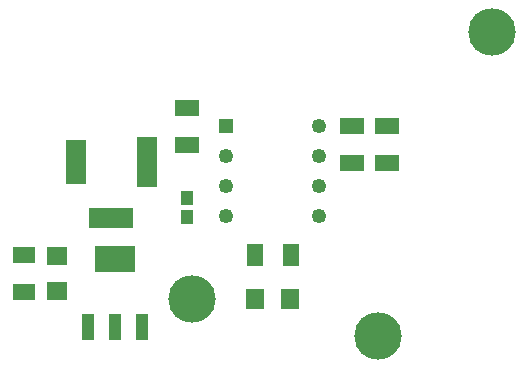
<source format=gbr>
G04*
G04 #@! TF.GenerationSoftware,Altium Limited,Altium Designer,24.8.2 (39)*
G04*
G04 Layer_Color=8388736*
%FSLAX25Y25*%
%MOIN*%
G70*
G04*
G04 #@! TF.SameCoordinates,7DA90572-2472-42F9-BF80-4CDDFEAFDCCF*
G04*
G04*
G04 #@! TF.FilePolarity,Negative*
G04*
G01*
G75*
%ADD18R,0.05339X0.07316*%
%ADD21R,0.04166X0.05142*%
%ADD22R,0.07316X0.05339*%
%ADD26R,0.06312X0.07099*%
%ADD27R,0.07887X0.05721*%
%ADD28R,0.07099X0.06312*%
%ADD29R,0.04343X0.09068*%
%ADD30R,0.13398X0.09068*%
%ADD31C,0.04921*%
%ADD32R,0.04921X0.04921*%
%ADD33R,0.14580X0.06706*%
%ADD34R,0.06706X0.14580*%
%ADD35R,0.06706X0.16548*%
%ADD36C,0.15800*%
D18*
X390008Y358500D02*
D03*
X377992D02*
D03*
D21*
X355500Y371445D02*
D03*
Y377555D02*
D03*
D22*
X301000Y346492D02*
D03*
Y358508D02*
D03*
D26*
X389906Y344000D02*
D03*
X378095D02*
D03*
D27*
X410500Y401504D02*
D03*
Y389496D02*
D03*
X422000Y389496D02*
D03*
Y401504D02*
D03*
X355500Y407504D02*
D03*
Y395496D02*
D03*
D28*
X312000Y346595D02*
D03*
Y358405D02*
D03*
D29*
X322445Y334780D02*
D03*
X331500D02*
D03*
X340555D02*
D03*
D30*
X331500Y357221D02*
D03*
D31*
X399630Y401500D02*
D03*
Y391500D02*
D03*
Y381500D02*
D03*
Y371500D02*
D03*
X368370D02*
D03*
Y381500D02*
D03*
Y391500D02*
D03*
D32*
Y401500D02*
D03*
D33*
X330311Y370996D02*
D03*
D34*
X318500Y389500D02*
D03*
D35*
X342122D02*
D03*
D36*
X357000Y344000D02*
D03*
X419000Y331500D02*
D03*
X457000Y433000D02*
D03*
M02*

</source>
